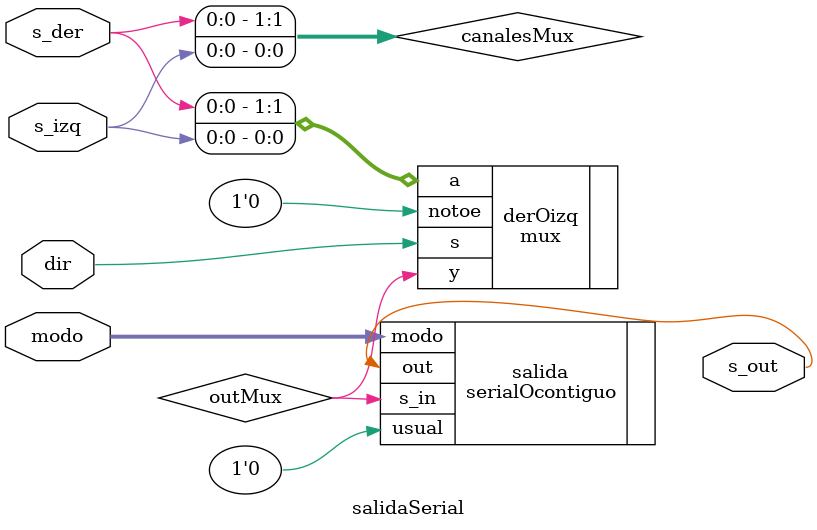
<source format=v>
module salidaSerial (
  input [1:0] modo,
  input s_der,
  input s_izq,
  input dir,
  output s_out
);

  //añadir serialOcontiguo y mnux para compilar
  // Entradas salidas, todas son wire.
  wire [1:0] modo;
  wire s_der, s_izq, s_out, dir;
  wire outMux;
  wire [1:0] canalesMux;

  assign canalesMux[0] = s_izq;
  assign canalesMux[1] = s_der;


//a[0] se selecciona con s0 y a[1] con s1
parameter notoe = 1'b0;

  mux derOizq(
	  .s(dir),
	  .a(canalesMux),
	  .notoe(notoe),
	  .y(outMux)
  );

  serialOcontiguo salida(
	  .usual(1'b0),
	  .s_in(outMux),
	  .modo(modo),
	  .out(s_out)
);

endmodule // ternarioDoble

</source>
